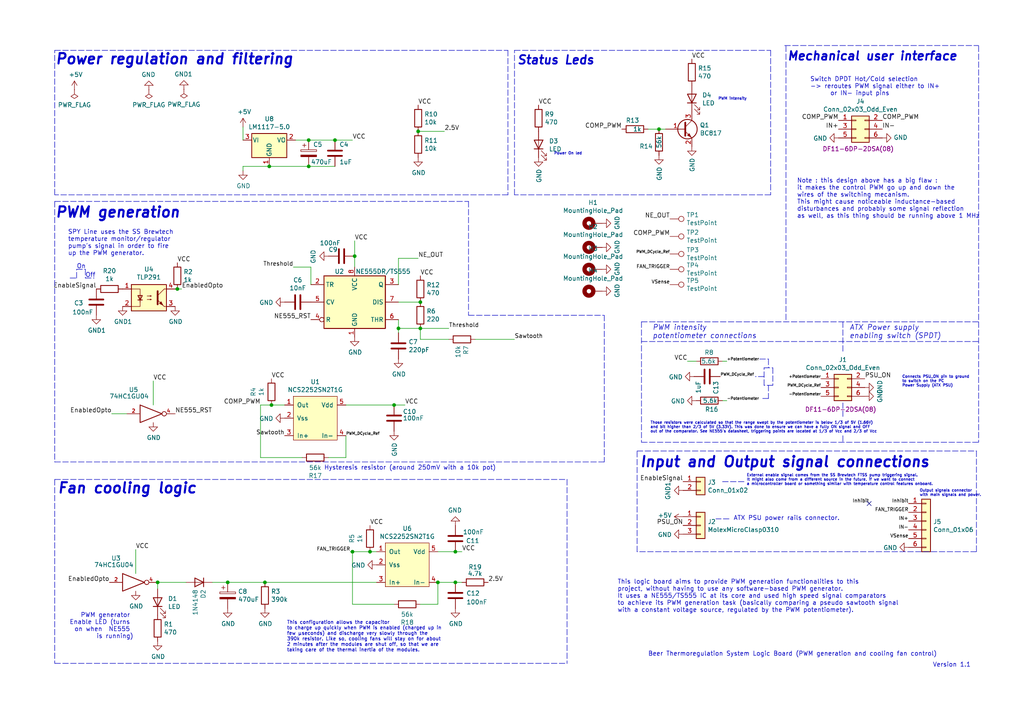
<source format=kicad_sch>
(kicad_sch (version 20211123) (generator eeschema)
  (paper "A4")
  (lib_symbols
    (symbol "74xGxx:74AHC1GU04" (pin_names (offset 1.016))
      (property "Reference" "U" (at -2.54 3.81 0))
      (property "Value" "74AHC1GU04" (at 0 -3.81 0))
      (symbol "74AHC1GU04_0_1"
        (polyline (pts (xy -3.81 2.54) (xy -3.81 -2.54) (xy 2.54 0) (xy -3.81 2.54)) (stroke (width 0.254)))
      )
      (symbol "74AHC1GU04_1_1"
        (pin input line (at -7.62 0 0) (length 3.81) (name "~") (number "2"))
        (pin power_in line (at 0 -2.54 270) (length 0) hide (name "GND") (number "3"))
        (pin output inverted (at 6.35 0 180) (length 3.81) (name "~") (number "4"))
        (pin power_in line (at 0 2.54 90) (length 0) hide (name "VCC") (number "5"))
      )
    )
    (symbol "BTS-LogicBoard:NCS2252SN2T1G" (pin_names (offset 1.016))
      (property "Reference" "U" (at 0 -1.27 0))
      (property "Value" "NCS2252SN2T1G" (at 0 -3.175 0))
      (symbol "NCS2252SN2T1G_0_1"
        (rectangle (start -6.35 12.7) (end 6.35 0) (fill (type background)))
      )
      (symbol "NCS2252SN2T1G_1_1"
        (pin output line (at -8.89 10.16 0) (length 2.54) (name "Out") (number "1"))
        (pin input line (at -8.89 6.35 0) (length 2.54) (name "Vss") (number "2"))
        (pin input line (at -8.89 1.27 0) (length 2.54) (name "In+") (number "3"))
        (pin input line (at 8.89 1.27 180) (length 2.54) (name "In-") (number "4"))
        (pin input line (at 8.89 10.16 180) (length 2.54) (name "Vdd") (number "5"))
      )
    )
    (symbol "Connector:TestPoint" (pin_numbers hide) (pin_names (offset 0.762) hide)
      (property "Reference" "TP" (at 0 6.858 0))
      (property "Value" "TestPoint" (at 0 5.08 0))
      (symbol "TestPoint_0_1"
        (circle (center 0 3.302) (radius 0.762))
      )
      (symbol "TestPoint_1_1"
        (pin passive line (at 0 0 90) (length 2.54) (name "1") (number "1"))
      )
    )
    (symbol "Connector_Generic:Conn_01x02" (pin_names (offset 1.016) hide)
      (property "Reference" "J" (at 0 2.54 0))
      (property "Value" "Conn_01x02" (at 0 -5.08 0))
      (symbol "Conn_01x02_1_1"
        (rectangle (start -1.27 -2.413) (end 0 -2.667) (stroke (width 0.1524)))
        (rectangle (start -1.27 0.127) (end 0 -0.127) (stroke (width 0.1524)))
        (rectangle (start -1.27 1.27) (end 1.27 -3.81) (stroke (width 0.254)) (fill (type background)))
        (pin passive line (at -5.08 0 0) (length 3.81) (name "Pin_1") (number "1"))
        (pin passive line (at -5.08 -2.54 0) (length 3.81) (name "Pin_2") (number "2"))
      )
    )
    (symbol "Connector_Generic:Conn_01x03" (pin_names (offset 1.016) hide)
      (property "Reference" "J" (at 0 5.08 0))
      (property "Value" "Conn_01x03" (at 0 -5.08 0))
      (symbol "Conn_01x03_1_1"
        (rectangle (start -1.27 -2.413) (end 0 -2.667) (stroke (width 0.1524)))
        (rectangle (start -1.27 0.127) (end 0 -0.127) (stroke (width 0.1524)))
        (rectangle (start -1.27 2.667) (end 0 2.413) (stroke (width 0.1524)))
        (rectangle (start -1.27 3.81) (end 1.27 -3.81) (stroke (width 0.254)) (fill (type background)))
        (pin passive line (at -5.08 2.54 0) (length 3.81) (name "Pin_1") (number "1"))
        (pin passive line (at -5.08 0 0) (length 3.81) (name "Pin_2") (number "2"))
        (pin passive line (at -5.08 -2.54 0) (length 3.81) (name "Pin_3") (number "3"))
      )
    )
    (symbol "Connector_Generic:Conn_01x06" (pin_names (offset 1.016) hide)
      (property "Reference" "J" (at 0 7.62 0))
      (property "Value" "Conn_01x06" (at 0 -10.16 0))
      (symbol "Conn_01x06_1_1"
        (rectangle (start -1.27 -7.493) (end 0 -7.747) (stroke (width 0.1524)))
        (rectangle (start -1.27 -4.953) (end 0 -5.207) (stroke (width 0.1524)))
        (rectangle (start -1.27 -2.413) (end 0 -2.667) (stroke (width 0.1524)))
        (rectangle (start -1.27 0.127) (end 0 -0.127) (stroke (width 0.1524)))
        (rectangle (start -1.27 2.667) (end 0 2.413) (stroke (width 0.1524)))
        (rectangle (start -1.27 5.207) (end 0 4.953) (stroke (width 0.1524)))
        (rectangle (start -1.27 6.35) (end 1.27 -8.89) (stroke (width 0.254)) (fill (type background)))
        (pin passive line (at -5.08 5.08 0) (length 3.81) (name "Pin_1") (number "1"))
        (pin passive line (at -5.08 2.54 0) (length 3.81) (name "Pin_2") (number "2"))
        (pin passive line (at -5.08 0 0) (length 3.81) (name "Pin_3") (number "3"))
        (pin passive line (at -5.08 -2.54 0) (length 3.81) (name "Pin_4") (number "4"))
        (pin passive line (at -5.08 -5.08 0) (length 3.81) (name "Pin_5") (number "5"))
        (pin passive line (at -5.08 -7.62 0) (length 3.81) (name "Pin_6") (number "6"))
      )
    )
    (symbol "Connector_Generic:Conn_02x03_Odd_Even" (pin_names (offset 1.016) hide)
      (property "Reference" "J" (at 1.27 5.08 0))
      (property "Value" "Conn_02x03_Odd_Even" (at 1.27 -5.08 0))
      (symbol "Conn_02x03_Odd_Even_1_1"
        (rectangle (start -1.27 -2.413) (end 0 -2.667) (stroke (width 0.1524)))
        (rectangle (start -1.27 0.127) (end 0 -0.127) (stroke (width 0.1524)))
        (rectangle (start -1.27 2.667) (end 0 2.413) (stroke (width 0.1524)))
        (rectangle (start -1.27 3.81) (end 3.81 -3.81) (stroke (width 0.254)) (fill (type background)))
        (rectangle (start 3.81 -2.413) (end 2.54 -2.667) (stroke (width 0.1524)))
        (rectangle (start 3.81 0.127) (end 2.54 -0.127) (stroke (width 0.1524)))
        (rectangle (start 3.81 2.667) (end 2.54 2.413) (stroke (width 0.1524)))
        (pin passive line (at -5.08 2.54 0) (length 3.81) (name "Pin_1") (number "1"))
        (pin passive line (at 7.62 2.54 180) (length 3.81) (name "Pin_2") (number "2"))
        (pin passive line (at -5.08 0 0) (length 3.81) (name "Pin_3") (number "3"))
        (pin passive line (at 7.62 0 180) (length 3.81) (name "Pin_4") (number "4"))
        (pin passive line (at -5.08 -2.54 0) (length 3.81) (name "Pin_5") (number "5"))
        (pin passive line (at 7.62 -2.54 180) (length 3.81) (name "Pin_6") (number "6"))
      )
    )
    (symbol "Device:C" (pin_numbers hide) (pin_names (offset 0.254))
      (property "Reference" "C" (at 0.635 2.54 0))
      (property "Value" "C" (at 0.635 -2.54 0))
      (symbol "C_0_1"
        (polyline (pts (xy -2.032 -0.762) (xy 2.032 -0.762)) (stroke (width 0.508)))
        (polyline (pts (xy -2.032 0.762) (xy 2.032 0.762)) (stroke (width 0.508)))
      )
      (symbol "C_1_1"
        (pin passive line (at 0 3.81 270) (length 2.794) (name "~") (number "1"))
        (pin passive line (at 0 -3.81 90) (length 2.794) (name "~") (number "2"))
      )
    )
    (symbol "Device:CP" (pin_numbers hide) (pin_names (offset 0.254))
      (property "Reference" "C" (at 0.635 2.54 0))
      (property "Value" "Device_CP" (at 0.635 -2.54 0))
      (symbol "CP_0_1"
        (rectangle (start -2.286 0.508) (end 2.286 1.016))
        (polyline (pts (xy -1.778 2.286) (xy -0.762 2.286)))
        (polyline (pts (xy -1.27 2.794) (xy -1.27 1.778)))
        (rectangle (start 2.286 -0.508) (end -2.286 -1.016) (fill (type outline)))
      )
      (symbol "CP_1_1"
        (pin passive line (at 0 3.81 270) (length 2.794) (name "~") (number "1"))
        (pin passive line (at 0 -3.81 90) (length 2.794) (name "~") (number "2"))
      )
    )
    (symbol "Device:LED" (pin_numbers hide) (pin_names (offset 1.016) hide)
      (property "Reference" "D" (at 0 2.54 0))
      (property "Value" "LED" (at 0 -2.54 0))
      (symbol "LED_0_1"
        (polyline (pts (xy -1.27 -1.27) (xy -1.27 1.27)) (stroke (width 0.254)))
        (polyline (pts (xy -1.27 0) (xy 1.27 0)))
        (polyline (pts (xy 1.27 -1.27) (xy 1.27 1.27) (xy -1.27 0) (xy 1.27 -1.27)) (stroke (width 0.254)))
        (polyline (pts (xy -3.048 -0.762) (xy -4.572 -2.286) (xy -3.81 -2.286) (xy -4.572 -2.286) (xy -4.572 -1.524)))
        (polyline (pts (xy -1.778 -0.762) (xy -3.302 -2.286) (xy -2.54 -2.286) (xy -3.302 -2.286) (xy -3.302 -1.524)))
      )
      (symbol "LED_1_1"
        (pin passive line (at -3.81 0 0) (length 2.54) (name "K") (number "1"))
        (pin passive line (at 3.81 0 180) (length 2.54) (name "A") (number "2"))
      )
    )
    (symbol "Device:R" (pin_numbers hide) (pin_names (offset 0))
      (property "Reference" "R" (at 2.032 0 90))
      (property "Value" "R" (at 0 0 90))
      (symbol "R_0_1"
        (rectangle (start -1.016 -2.54) (end 1.016 2.54) (stroke (width 0.254)))
      )
      (symbol "R_1_1"
        (pin passive line (at 0 3.81 270) (length 1.27) (name "~") (number "1"))
        (pin passive line (at 0 -3.81 90) (length 1.27) (name "~") (number "2"))
      )
    )
    (symbol "Diode:1N4148" (pin_numbers hide) (pin_names (offset 1.016) hide)
      (property "Reference" "D" (at 0 2.54 0))
      (property "Value" "1N4148" (at 0 -2.54 0))
      (symbol "1N4148_0_1"
        (polyline (pts (xy -1.27 1.27) (xy -1.27 -1.27)) (stroke (width 0.254)))
        (polyline (pts (xy 1.27 0) (xy -1.27 0)))
        (polyline (pts (xy 1.27 1.27) (xy 1.27 -1.27) (xy -1.27 0) (xy 1.27 1.27)) (stroke (width 0.254)))
      )
      (symbol "1N4148_1_1"
        (pin passive line (at -3.81 0 0) (length 2.54) (name "K") (number "1"))
        (pin passive line (at 3.81 0 180) (length 2.54) (name "A") (number "2"))
      )
    )
    (symbol "Isolator:TLP291"
      (property "Reference" "U" (at -5.08 5.08 0))
      (property "Value" "TLP291" (at 0 5.08 0))
      (symbol "TLP291_0_1"
        (rectangle (start -5.08 3.81) (end 5.08 -3.81) (stroke (width 0.254)) (fill (type background)))
        (polyline (pts (xy -3.175 -0.635) (xy -1.905 -0.635)) (stroke (width 0.254)))
        (polyline (pts (xy 2.54 0.635) (xy 4.445 2.54)))
        (polyline (pts (xy 4.445 -2.54) (xy 2.54 -0.635)) (fill (type outline)))
        (polyline (pts (xy 4.445 -2.54) (xy 5.08 -2.54)))
        (polyline (pts (xy 4.445 2.54) (xy 5.08 2.54)))
        (polyline (pts (xy -2.54 -0.635) (xy -2.54 -2.54) (xy -5.08 -2.54)))
        (polyline (pts (xy 2.54 1.905) (xy 2.54 -1.905) (xy 2.54 -1.905)) (stroke (width 0.508)))
        (polyline (pts (xy -5.08 2.54) (xy -2.54 2.54) (xy -2.54 -1.27) (xy -2.54 0.635)))
        (polyline (pts (xy -2.54 -0.635) (xy -3.175 0.635) (xy -1.905 0.635) (xy -2.54 -0.635)) (stroke (width 0.254)))
        (polyline (pts (xy -0.508 -0.508) (xy 0.762 -0.508) (xy 0.381 -0.635) (xy 0.381 -0.381) (xy 0.762 -0.508)))
        (polyline (pts (xy -0.508 0.508) (xy 0.762 0.508) (xy 0.381 0.381) (xy 0.381 0.635) (xy 0.762 0.508)))
        (polyline (pts (xy 3.048 -1.651) (xy 3.556 -1.143) (xy 4.064 -2.159) (xy 3.048 -1.651) (xy 3.048 -1.651)) (fill (type outline)))
      )
      (symbol "TLP291_1_1"
        (pin passive line (at -7.62 2.54 0) (length 2.54) (name "~") (number "1"))
        (pin passive line (at -7.62 -2.54 0) (length 2.54) (name "~") (number "2"))
        (pin passive line (at 7.62 -2.54 180) (length 2.54) (name "~") (number "3"))
        (pin passive line (at 7.62 2.54 180) (length 2.54) (name "~") (number "4"))
      )
    )
    (symbol "Mechanical:MountingHole_Pad" (pin_numbers hide) (pin_names (offset 1.016) hide)
      (property "Reference" "H" (at 0 6.35 0))
      (property "Value" "MountingHole_Pad" (at 0 4.445 0))
      (symbol "MountingHole_Pad_0_1"
        (circle (center 0 1.27) (radius 1.27) (stroke (width 1.27)))
      )
      (symbol "MountingHole_Pad_1_1"
        (pin input line (at 0 -2.54 90) (length 2.54) (name "1") (number "1"))
      )
    )
    (symbol "Regulator_Linear:LM1117-5.0" (pin_names (offset 0.254))
      (property "Reference" "U" (at -3.81 3.175 0))
      (property "Value" "LM1117-5.0" (at 0 3.175 0))
      (symbol "LM1117-5.0_0_1"
        (rectangle (start -5.08 -5.08) (end 5.08 1.905) (stroke (width 0.254)) (fill (type background)))
      )
      (symbol "LM1117-5.0_1_1"
        (pin power_in line (at 0 -7.62 90) (length 2.54) (name "GND") (number "1"))
        (pin power_out line (at 7.62 0 180) (length 2.54) (name "VO") (number "2"))
        (pin power_in line (at -7.62 0 0) (length 2.54) (name "VI") (number "3"))
      )
    )
    (symbol "Timer:NE555D"
      (property "Reference" "U" (at -10.16 8.89 0))
      (property "Value" "NE555D" (at 2.54 8.89 0))
      (symbol "NE555D_0_0"
        (pin power_in line (at 0 -10.16 90) (length 2.54) (name "GND") (number "1"))
        (pin power_in line (at 0 10.16 270) (length 2.54) (name "VCC") (number "8"))
      )
      (symbol "NE555D_0_1"
        (rectangle (start -8.89 -7.62) (end 8.89 7.62) (stroke (width 0.254)) (fill (type background)))
        (rectangle (start -8.89 -7.62) (end 8.89 7.62) (stroke (width 0.254)) (fill (type background)))
      )
      (symbol "NE555D_1_1"
        (pin input line (at -12.7 5.08 0) (length 3.81) (name "TR") (number "2"))
        (pin output line (at 12.7 5.08 180) (length 3.81) (name "Q") (number "3"))
        (pin input inverted (at -12.7 -5.08 0) (length 3.81) (name "R") (number "4"))
        (pin input line (at -12.7 0 0) (length 3.81) (name "CV") (number "5"))
        (pin input line (at 12.7 -5.08 180) (length 3.81) (name "THR") (number "6"))
        (pin input line (at 12.7 0 180) (length 3.81) (name "DIS") (number "7"))
      )
    )
    (symbol "Transistor_BJT:BC817" (pin_names (offset 0) hide)
      (property "Reference" "Q" (at 5.08 1.905 0))
      (property "Value" "BC817" (at 5.08 0 0))
      (symbol "BC817_0_1"
        (polyline (pts (xy 0.635 0.635) (xy 2.54 2.54)))
        (polyline (pts (xy 0.635 -0.635) (xy 2.54 -2.54) (xy 2.54 -2.54)))
        (polyline (pts (xy 0.635 1.905) (xy 0.635 -1.905) (xy 0.635 -1.905)) (stroke (width 0.508)))
        (polyline (pts (xy 1.27 -1.778) (xy 1.778 -1.27) (xy 2.286 -2.286) (xy 1.27 -1.778) (xy 1.27 -1.778)) (fill (type outline)))
        (circle (center 1.27 0) (radius 2.8194) (stroke (width 0.254)))
      )
      (symbol "BC817_1_1"
        (pin input line (at -5.08 0 0) (length 5.715) (name "B") (number "1"))
        (pin passive line (at 2.54 -5.08 90) (length 2.54) (name "E") (number "2"))
        (pin passive line (at 2.54 5.08 270) (length 2.54) (name "C") (number "3"))
      )
    )
    (symbol "power:+5V" (power) (pin_names (offset 0))
      (property "Value" "+5V" (at 0 3.556 0))
      (symbol "+5V_0_1"
        (polyline (pts (xy -0.762 1.27) (xy 0 2.54)))
        (polyline (pts (xy 0 0) (xy 0 2.54)))
        (polyline (pts (xy 0 2.54) (xy 0.762 1.27)))
      )
      (symbol "+5V_1_1"
        (pin power_in line (at 0 0 90) (length 0) hide (name "+5V") (number "1"))
      )
    )
    (symbol "power:GND" (power) (pin_names (offset 0))
      (property "Value" "GND" (at 0 -3.81 0))
      (symbol "GND_0_1"
        (polyline (pts (xy 0 0) (xy 0 -1.27) (xy 1.27 -1.27) (xy 0 -2.54) (xy -1.27 -1.27) (xy 0 -1.27)))
      )
      (symbol "GND_1_1"
        (pin power_in line (at 0 0 270) (length 0) hide (name "GND") (number "1"))
      )
    )
    (symbol "power:GND1" (power) (pin_names (offset 0))
      (property "Value" "GND1" (at 0 -3.81 0))
      (symbol "GND1_0_1"
        (polyline (pts (xy 0 0) (xy 0 -1.27) (xy 1.27 -1.27) (xy 0 -2.54) (xy -1.27 -1.27) (xy 0 -1.27)))
      )
      (symbol "GND1_1_1"
        (pin power_in line (at 0 0 270) (length 0) hide (name "GND1") (number "1"))
      )
    )
    (symbol "power:PWR_FLAG" (power) (pin_numbers hide) (pin_names (offset 0) hide)
      (property "Value" "PWR_FLAG" (at 0 3.81 0))
      (symbol "PWR_FLAG_0_0"
        (pin power_out line (at 0 0 90) (length 0) (name "pwr") (number "1"))
      )
      (symbol "PWR_FLAG_0_1"
        (polyline (pts (xy 0 0) (xy 0 1.27) (xy -1.016 1.905) (xy 0 2.54) (xy 1.016 1.905) (xy 0 1.27)))
      )
    )
  )
  (junction (at 78.74 117.475))
  (junction (at 45.72 168.91))
  (junction (at 51.435 83.82))
  (junction (at 114.3 117.475))
  (junction (at 89.535 40.64))
  (junction (at 121.285 38.1))
  (junction (at 191.135 37.465))
  (junction (at 115.57 95.25))
  (junction (at 102.87 74.295))
  (junction (at 97.155 40.64))
  (junction (at 121.92 95.25))
  (junction (at 76.835 168.91))
  (junction (at 107.315 160.02))
  (junction (at 102.235 160.02))
  (junction (at 66.04 168.91))
  (junction (at 89.535 48.26))
  (junction (at 132.08 168.91))
  (junction (at 132.08 160.02))
  (junction (at 127 168.91))
  (junction (at 121.92 87.63))
  (junction (at 78.105 48.26))
  (no_connect (at 252.095 146.05))
  (wire (pts (xy 61.595 168.91) (xy 66.04 168.91)))
  (wire (pts (xy 121.92 95.25) (xy 115.57 95.25)))
  (polyline (pts (xy 221.615 109.22) (xy 219.075 109.22)))
  (polyline (pts (xy 15.875 133.985) (xy 175.26 133.985)))
  (polyline (pts (xy 24.765 78.105) (xy 24.765 80.645)))
  (wire (pts (xy 114.3 117.475) (xy 100.33 117.475)))
  (wire (pts (xy 199.39 104.775) (xy 201.93 104.775)))
  (wire (pts (xy 66.04 168.91) (xy 76.835 168.91)))
  (wire (pts (xy 95.25 132.715) (xy 100.33 132.715)))
  (polyline (pts (xy 244.475 116.84) (xy 244.475 121.285)))
  (wire (pts (xy 107.315 160.02) (xy 109.22 160.02)))
  (polyline (pts (xy 223.52 14.605) (xy 223.52 56.515)))
  (polyline (pts (xy 227.584 13.208) (xy 283.845 13.208)))
  (wire (pts (xy 187.96 37.465) (xy 191.135 37.465)))
  (polyline (pts (xy 15.875 192.405) (xy 164.465 192.405)))
  (polyline (pts (xy 135.89 58.42) (xy 135.89 91.44)))
  (polyline (pts (xy 15.875 58.42) (xy 135.89 58.42)))
  (wire (pts (xy 121.285 38.1) (xy 128.905 38.1)))
  (wire (pts (xy 102.235 175.26) (xy 102.235 160.02)))
  (polyline (pts (xy 24.765 80.645) (xy 27.305 80.645)))
  (polyline (pts (xy 20.32 80.645) (xy 22.225 80.645)))
  (polyline (pts (xy 221.615 111.76) (xy 221.615 106.68)))
  (polyline (pts (xy 147.32 14.605) (xy 147.32 56.515)))
  (wire (pts (xy 191.135 37.465) (xy 193.04 37.465)))
  (polyline (pts (xy 164.465 139.065) (xy 164.465 192.405)))
  (wire (pts (xy 102.87 69.85) (xy 102.87 74.295)))
  (wire (pts (xy 44.45 117.475) (xy 44.45 110.49)))
  (polyline (pts (xy 221.615 106.68) (xy 224.155 106.68)))
  (wire (pts (xy 127 160.02) (xy 132.08 160.02)))
  (polyline (pts (xy 283.21 160.02) (xy 184.785 160.02)))
  (wire (pts (xy 115.57 74.93) (xy 121.285 74.93)))
  (wire (pts (xy 115.57 82.55) (xy 115.57 74.93)))
  (wire (pts (xy 127 175.26) (xy 121.92 175.26)))
  (polyline (pts (xy 224.155 111.76) (xy 221.615 111.76)))
  (wire (pts (xy 78.105 48.26) (xy 89.535 48.26)))
  (wire (pts (xy 115.57 92.71) (xy 115.57 95.25)))
  (polyline (pts (xy 135.89 91.44) (xy 175.26 91.44)))
  (polyline (pts (xy 186.055 93.345) (xy 283.845 93.345)))
  (wire (pts (xy 70.485 36.83) (xy 70.485 40.64)))
  (wire (pts (xy 137.795 98.425) (xy 149.225 98.425)))
  (wire (pts (xy 75.565 132.715) (xy 75.565 117.475)))
  (polyline (pts (xy 15.875 58.42) (xy 15.875 133.985)))
  (polyline (pts (xy 222.885 104.14) (xy 222.885 106.68)))
  (wire (pts (xy 115.57 87.63) (xy 121.92 87.63)))
  (wire (pts (xy 210.82 116.205) (xy 209.55 116.205)))
  (wire (pts (xy 127 168.91) (xy 132.08 168.91)))
  (polyline (pts (xy 222.885 111.76) (xy 222.885 115.57)))
  (wire (pts (xy 121.92 98.425) (xy 130.175 98.425)))
  (wire (pts (xy 115.57 95.25) (xy 115.57 96.52)))
  (polyline (pts (xy 224.155 106.68) (xy 224.155 111.76)))
  (wire (pts (xy 121.92 95.25) (xy 121.92 98.425)))
  (wire (pts (xy 76.835 168.91) (xy 109.22 168.91)))
  (polyline (pts (xy 184.785 130.81) (xy 283.21 130.81)))
  (wire (pts (xy 100.33 132.715) (xy 100.33 126.365)))
  (wire (pts (xy 39.37 166.37) (xy 39.37 159.385)))
  (polyline (pts (xy 15.875 139.065) (xy 164.465 139.065)))
  (polyline (pts (xy 186.055 93.345) (xy 186.055 128.27)))
  (polyline (pts (xy 186.055 128.27) (xy 283.845 128.27)))
  (wire (pts (xy 90.17 82.55) (xy 90.17 77.47)))
  (polyline (pts (xy 186.055 99.06) (xy 283.845 99.06)))
  (wire (pts (xy 121.92 95.25) (xy 130.175 95.25)))
  (wire (pts (xy 50.8 83.82) (xy 51.435 83.82)))
  (polyline (pts (xy 15.875 56.515) (xy 15.875 14.605)))
  (wire (pts (xy 132.08 168.91) (xy 133.985 168.91)))
  (polyline (pts (xy 15.875 139.065) (xy 15.875 192.405)))
  (wire (pts (xy 209.55 104.775) (xy 210.82 104.775)))
  (wire (pts (xy 114.3 175.26) (xy 102.235 175.26)))
  (wire (pts (xy 78.74 117.475) (xy 82.55 117.475)))
  (wire (pts (xy 75.565 117.475) (xy 78.74 117.475)))
  (wire (pts (xy 107.315 160.02) (xy 102.235 160.02)))
  (wire (pts (xy 45.72 168.91) (xy 45.72 170.815)))
  (polyline (pts (xy 244.475 93.345) (xy 244.475 102.235)))
  (wire (pts (xy 102.235 160.02) (xy 101.6 160.02)))
  (wire (pts (xy 70.485 48.26) (xy 78.105 48.26)))
  (wire (pts (xy 85.725 40.64) (xy 89.535 40.64)))
  (polyline (pts (xy 283.21 130.81) (xy 283.21 160.02)))
  (polyline (pts (xy 149.225 14.605) (xy 223.52 14.605)))
  (polyline (pts (xy 244.475 126.365) (xy 244.475 128.27)))
  (wire (pts (xy 90.17 77.47) (xy 85.09 77.47)))
  (polyline (pts (xy 223.52 56.515) (xy 149.225 56.515)))
  (polyline (pts (xy 149.225 56.515) (xy 149.225 14.605)))
  (polyline (pts (xy 22.225 80.645) (xy 22.225 78.105)))
  (polyline (pts (xy 15.875 14.605) (xy 147.32 14.605)))
  (wire (pts (xy 32.385 120.015) (xy 36.83 120.015)))
  (wire (pts (xy 87.63 132.715) (xy 75.565 132.715)))
  (wire (pts (xy 114.3 117.475) (xy 117.475 117.475)))
  (wire (pts (xy 127 168.91) (xy 127 175.26)))
  (polyline (pts (xy 211.455 150.495) (xy 207.645 150.495)))
  (wire (pts (xy 45.72 168.91) (xy 53.975 168.91)))
  (wire (pts (xy 89.535 40.64) (xy 97.155 40.64)))
  (polyline (pts (xy 283.845 13.335) (xy 283.845 128.27)))
  (polyline (pts (xy 184.785 160.02) (xy 184.785 130.81)))
  (polyline (pts (xy 22.225 78.105) (xy 24.765 78.105)))
  (wire (pts (xy 70.485 49.53) (xy 70.485 48.26)))
  (polyline (pts (xy 227.965 13.335) (xy 227.965 93.345)))
  (polyline (pts (xy 209.55 139.7) (xy 215.9 139.7)))
  (wire (pts (xy 132.08 160.02) (xy 133.985 160.02)))
  (wire (pts (xy 102.87 74.295) (xy 102.87 77.47)))
  (wire (pts (xy 97.155 40.64) (xy 102.235 40.64)))
  (wire (pts (xy 89.535 48.26) (xy 97.155 48.26)))
  (polyline (pts (xy 175.26 91.44) (xy 175.26 133.985)))
  (polyline (pts (xy 147.32 56.515) (xy 15.875 56.515)))
  (polyline (pts (xy 220.345 104.14) (xy 222.885 104.14)))
  (wire (pts (xy 51.435 83.82) (xy 52.705 83.82)))
  (polyline (pts (xy 222.885 115.57) (xy 220.98 115.57)))
  (text "Connects PSU_ON pin to ground\nto switch on the PC\nPower Supply (ATX PSU)" (at 261.62 112.395 0) (effects (font (size 0.7874 0.7874)) (justify left bottom)))
  (text "Output signals connector \nwith main signals and power." (at 266.7 144.145 0) (effects (font (size 0.7874 0.7874)) (justify left bottom)))
  (text "Version 1.1" (at 270.51 193.675 0) (effects (font (size 1.27 1.27)) (justify left bottom)))
  (text "Fan cooling logic" (at 16.51 143.51 0) (effects (font (size 2.9972 2.9972) (thickness 0.5994) bold italic) (justify left bottom)))
  (text "Off" (at 24.765 80.645 0) (effects (font (size 1.27 1.27)) (justify left bottom)))
  (text "Mechanical user interface" (at 228.219 17.907 0) (effects (font (size 2.4892 2.4892) (thickness 0.4978) bold italic) (justify left bottom)))
  (text "Power On led" (at 160.655 45.085 0) (effects (font (size 0.7874 0.7874)) (justify left bottom)))
  (text "Beer Thermoregulation System Logic Board (PWM generation and cooling fan control)" (at 187.96 190.5 0) (effects (font (size 1.27 1.27)) (justify left bottom)))
  (text "Hysteresis resistor (around 250mV with a 10k pot)" (at 93.98 136.525 0) (effects (font (size 1.27 1.27)) (justify left bottom)))
  (text "This logic board aims to provide PWM generation functionalities to this\nproject, without having to use any software-based PWM generator.\nIt uses a NE555/TS555 IC at its core and used high speed signal comparators\nto achieve its PWM generation task (basically comparing a pseudo sawtooth signal\nwith a constant voltage source, regulated by the PWM potentiometer)." (at 179.07 177.8 0) (effects (font (size 1.27 1.27)) (justify left bottom)))
  (text "Those resistors were calculated so that the range swept by the potentiometer is below 1/3 of 5V (1.66V) \nand bit higher than 2/3 of 5V (3.33V). This was done to ensure we can have a fully ON signal and OFF\nout of the comparator. See NE555's datasheet, triggering points are located at 1/3 of Vcc and 2/3 of Vcc" (at 188.595 125.73 0) (effects (font (size 0.7874 0.7874)) (justify left bottom)))
  (text "Power regulation and filtering" (at 15.875 19.05 0) (effects (font (size 2.9972 2.9972) (thickness 0.5994) bold italic) (justify left bottom)))
  (text "Input and Output signal connections" (at 185.42 135.89 0) (effects (font (size 2.9972 2.9972) (thickness 0.5994) bold italic) (justify left bottom)))
  (text "Switch DPDT Hot/Cold selection \n-> reroutes PWM signal either to IN+\n      or IN- input pins" (at 234.95 27.94 0) (effects (font (size 1.27 1.27)) (justify left bottom)))
  (text "PWM generator \nEnable LED (turns \non when  NE555 \nis running)" (at 38.735 185.42 0) (effects (font (size 1.27 1.27)) (justify right bottom)))
  (text "External enable signal comes from the SS Brewtech FTSS pump triggering signal.\nIt might also come from a different source in the future, if we want to connect\na microcontroller board or something similar with temperature control features onboard. " (at 216.535 140.97 0) (effects (font (size 0.7874 0.7874)) (justify left bottom)))
  (text "This configuration allows the capacitor\nto charge up quickly when PWM is enabled (charged up in \nfew µseconds) and discharge very slowly through the\n390k resistor. Like so, cooling fans will stay on for about\n2 minutes after the modules are shut off, so that we are \ntaking care of the thermal inertia of the modules." (at 83.185 189.23 0) (effects (font (size 0.9906 0.9906)) (justify left bottom)))
  (text "Note : this design above has a big flaw : \nit makes the control PWM go up and down the\nwires of the switching mecanism.\nThis might cause noticeable inductance-based \ndisturbances and probably some signal reflection\nas well, as this thing should be running above 1 MHz" (at 231.14 63.5 0) (effects (font (size 1.27 1.27)) (justify left bottom)))
  (text "PWM intensity \npotentiometer connections" (at 189.23 98.425 0) (effects (font (size 1.4986 1.4986) italic) (justify left bottom)))
  (text "ATX Power supply\nenabling switch (SPDT)" (at 246.38 98.425 0) (effects (font (size 1.4986 1.4986) italic) (justify left bottom)))
  (text "ATX PSU power rails connector." (at 212.725 151.13 0) (effects (font (size 1.27 1.27)) (justify left bottom)))
  (text "SPY Line uses the SS Brewtech \ntemperature monitor/regulator\npump's signal in order to fire\nup the PWM generator." (at 19.685 74.295 0) (effects (font (size 1.27 1.27)) (justify left bottom)))
  (text "Status Leds" (at 149.86 19.05 0) (effects (font (size 2.4892 2.4892) (thickness 0.4978) bold italic) (justify left bottom)))
  (text "PWM intensity" (at 208.28 29.21 0) (effects (font (size 0.7874 0.7874)) (justify left bottom)))
  (text "PWM generation" (at 15.875 63.5 0) (effects (font (size 2.9972 2.9972) (thickness 0.5994) bold italic) (justify left bottom)))
  (text "On" (at 22.225 78.105 0) (effects (font (size 1.27 1.27)) (justify left bottom)))
  (label "PWM_DCycle_Ref" (at 238.125 112.395 180) (effects (font (size 0.7874 0.7874))))
  (label "VCC" (at 133.985 160.02 0))
  (label "PWM_DCycle_Ref" (at 100.33 126.365 0) (effects (font (size 0.7874 0.7874))))
  (label "NE555_RST" (at 50.8 120.015 0))
  (label "2.5V" (at 141.605 168.91 0))
  (label "VCC" (at 121.285 30.48 0))
  (label "+Potentiometer" (at 210.82 104.775 0) (effects (font (size 0.7874 0.7874))))
  (label "2.5V" (at 128.905 38.1 0))
  (label "VCC" (at 199.39 104.775 180))
  (label "NE_OUT" (at 121.285 74.93 0))
  (label "Threshold" (at 85.09 77.47 180) (effects (font (size 1.1938 1.1938))))
  (label "+Potentiometer" (at 238.125 109.855 180) (effects (font (size 0.7874 0.7874))))
  (label "IN+" (at 263.525 151.13 180) (effects (font (size 0.9906 0.9906))))
  (label "Threshold" (at 130.175 95.25 0) (effects (font (size 1.1938 1.1938))))
  (label "EnableSignal" (at 198.12 139.7 180))
  (label "PWM_DCycle_Ref" (at 194.31 73.66 180) (effects (font (size 0.7874 0.7874))))
  (label "COMP_PWM" (at 180.34 37.465 180))
  (label "EnabledOpto" (at 32.385 120.015 180))
  (label "FAN_TRIGGER" (at 101.6 160.02 180) (effects (font (size 0.9906 0.9906))))
  (label "PWM_DCycle_Ref" (at 208.915 109.22 0) (effects (font (size 0.7874 0.7874))))
  (label "PSU_ON" (at 250.825 109.855 0))
  (label "VCC" (at 102.87 69.85 0))
  (label "IN+" (at 243.205 37.465 180))
  (label "NE555_RST" (at 90.17 92.71 180))
  (label "NE_OUT" (at 194.31 63.5 180))
  (label "VSense" (at 263.525 156.21 180) (effects (font (size 0.9906 0.9906))))
  (label "COMP_PWM" (at 255.905 34.925 0))
  (label "VCC" (at 121.92 80.01 0))
  (label "FAN_TRIGGER" (at 194.31 78.105 180) (effects (font (size 0.9906 0.9906))))
  (label "FAN_TRIGGER" (at 263.525 148.59 180) (effects (font (size 0.9906 0.9906))))
  (label "VSense" (at 194.31 82.55 180) (effects (font (size 0.9906 0.9906))))
  (label "VCC" (at 200.66 17.145 0))
  (label "COMP_PWM" (at 194.31 68.58 180))
  (label "-Potentiometer" (at 210.82 116.205 0) (effects (font (size 0.7874 0.7874))))
  (label "IN-" (at 263.525 153.67 180) (effects (font (size 0.9906 0.9906))))
  (label "Sawtooth" (at 82.55 126.365 180) (effects (font (size 1.1938 1.1938))))
  (label "PSU_ON" (at 198.12 152.4 180))
  (label "EnableSignal" (at 27.94 83.82 180))
  (label "VCC" (at 107.315 152.4 0))
  (label "VCC" (at 78.74 109.855 0))
  (label "VCC" (at 156.21 30.48 0))
  (label "VCC" (at 44.45 110.49 0))
  (label "EnabledOpto" (at 31.75 168.91 180))
  (label "COMP_PWM" (at 75.565 117.475 180))
  (label "Sawtooth" (at 149.225 98.425 0) (effects (font (size 1.1938 1.1938))))
  (label "Inhibit" (at 263.525 146.05 180) (effects (font (size 0.9906 0.9906))))
  (label "IN-" (at 255.905 37.465 0))
  (label "-Potentiometer" (at 238.125 114.935 180) (effects (font (size 0.7874 0.7874))))
  (label "VCC" (at 39.37 159.385 0))
  (label "VCC" (at 102.235 40.64 0))
  (label "COMP_PWM" (at 243.205 34.925 180))
  (label "EnabledOpto" (at 52.705 83.82 0))
  (label "VCC" (at 51.435 76.2 0))
  (label "Inhibit" (at 252.095 146.05 180) (effects (font (size 0.9906 0.9906))))
  (label "VCC" (at 117.475 117.475 0))
  (symbol (lib_id "Timer:NE555D") (at 102.87 87.63 0) (unit 1)
    (property "Reference" "U2" (at 98.425 78.74 0))
    (property "Value" "NE555DR/TS555" (at 111.125 78.74 0))
    (property "Footprint" "Package_SO:SOIC-8_3.9x4.9mm_P1.27mm" (effects hide))
    (property "Datasheet" "http://www.ti.com/lit/ds/symlink/ne555.pdf" (effects hide))
  )
  (symbol (lib_id "BTS-LogicBoard:NCS2252SN2T1G") (at 91.44 127.635 0) (unit 1)
    (property "Reference" "U1" (at 91.44 110.744 0))
    (property "Value" "NCS2252SN2T1G" (at 91.44 113.0554 0))
    (property "Footprint" "Package_TO_SOT_SMD:SOT-23-5" (effects hide))
  )
  (symbol (lib_id "power:GND") (at 102.87 97.79 0) (unit 1)
    (property "Reference" "#PWR0101" (effects hide))
    (property "Value" "GND" (at 102.997 102.1842 0))
  )
  (symbol (lib_id "power:GND") (at 43.18 26.035 180) (unit 1)
    (property "Reference" "#PWR0103" (effects hide))
    (property "Value" "GND" (at 43.053 21.6408 0))
  )
  (symbol (lib_id "power:PWR_FLAG") (at 43.18 26.035 180) (unit 1)
    (property "Reference" "#FLG0102" (effects hide))
    (property "Value" "PWR_FLAG" (at 43.18 30.4292 0))
  )
  (symbol (lib_id "Device:C") (at 115.57 100.33 0) (unit 1)
    (property "Reference" "C7" (at 118.491 99.1616 0) (effects (justify left)))
    (property "Value" "220pF" (at 118.491 101.473 0) (effects (justify left)))
    (property "Footprint" "Capacitor_SMD:C_1206_3216Metric_Pad1.33x1.80mm_HandSolder" (effects hide))
    (property "Model" "1206Y1K00221KXT" (effects hide))
    (property "Link" "https://fr.rs-online.com/web/p/condensateurs-ceramique-multicouches/7738301" (effects hide))
  )
  (symbol (lib_id "power:GND") (at 115.57 104.14 0) (unit 1)
    (property "Reference" "#PWR0106" (effects hide))
    (property "Value" "GND" (at 115.697 108.5342 0))
  )
  (symbol (lib_id "Device:R") (at 121.92 83.82 0) (unit 1)
    (property "Reference" "R12" (at 123.698 82.6516 0) (effects (justify left)))
    (property "Value" "470" (at 123.698 84.963 0) (effects (justify left)))
    (property "Footprint" "Resistor_SMD:R_1206_3216Metric_Pad1.30x1.75mm_HandSolder" (effects hide))
  )
  (symbol (lib_id "Device:C") (at 86.36 87.63 270) (unit 1)
    (property "Reference" "C6" (at 86.36 81.2292 90))
    (property "Value" "10nF" (at 86.36 83.5406 90))
    (property "Footprint" "Capacitor_SMD:C_1206_3216Metric_Pad1.33x1.80mm_HandSolder" (effects hide))
  )
  (symbol (lib_id "power:GND") (at 82.55 87.63 270) (unit 1)
    (property "Reference" "#PWR0107" (effects hide))
    (property "Value" "GND" (at 79.2988 87.757 90) (effects (justify right)))
  )
  (symbol (lib_id "Device:C") (at 27.94 87.63 180) (unit 1)
    (property "Reference" "C3" (at 21.463 87.884 0) (effects (justify right)))
    (property "Value" "100nF" (at 20.955 90.551 0) (effects (justify right)))
    (property "Footprint" "Capacitor_SMD:C_1206_3216Metric_Pad1.33x1.80mm_HandSolder" (effects hide))
  )
  (symbol (lib_id "power:+5V") (at 21.59 26.035 0) (unit 1)
    (property "Reference" "#PWR0110" (effects hide))
    (property "Value" "+5V" (at 21.971 21.6408 0))
  )
  (symbol (lib_id "power:PWR_FLAG") (at 21.59 26.035 180) (unit 1)
    (property "Reference" "#FLG0103" (effects hide))
    (property "Value" "PWR_FLAG" (at 21.59 30.4292 0))
  )
  (symbol (lib_id "power:GND") (at 70.485 49.53 0) (unit 1)
    (property "Reference" "#PWR0120" (effects hide))
    (property "Value" "GND" (at 70.612 53.9242 0))
  )
  (symbol (lib_id "Device:C") (at 97.155 44.45 0) (unit 1)
    (property "Reference" "C4" (at 98.425 41.91 0) (effects (justify left)))
    (property "Value" "1uF" (at 98.425 46.99 0) (effects (justify left)))
    (property "Footprint" "Capacitor_SMD:C_1206_3216Metric_Pad1.33x1.80mm_HandSolder" (effects hide))
  )
  (symbol (lib_id "Device:CP") (at 89.535 44.45 0) (unit 1)
    (property "Reference" "C5" (at 90.805 41.91 0) (effects (justify left)))
    (property "Value" "470uF" (at 90.17 46.99 0) (effects (justify left)))
    (property "Footprint" "Capacitor_SMD:CP_Elec_10x10" (effects hide))
  )
  (symbol (lib_id "power:+5V") (at 70.485 36.83 0) (unit 1)
    (property "Reference" "#PWR0119" (effects hide))
    (property "Value" "+5V" (at 70.866 32.4358 0))
  )
  (symbol (lib_id "Device:LED") (at 45.72 174.625 90) (unit 1)
    (property "Reference" "D1" (at 48.7172 173.6344 90) (effects (justify right)))
    (property "Value" "LED" (at 48.7172 175.9458 90) (effects (justify right)))
    (property "Footprint" "LED_THT:LED_D3.0mm" (effects hide))
  )
  (symbol (lib_id "power:GND") (at 45.72 186.055 0) (unit 1)
    (property "Reference" "#PWR0111" (effects hide))
    (property "Value" "GND" (at 45.847 190.4492 0))
  )
  (symbol (lib_id "Device:R") (at 121.285 34.29 0) (unit 1)
    (property "Reference" "R10" (at 123.063 33.1216 0) (effects (justify left)))
    (property "Value" "10k" (at 123.063 35.433 0) (effects (justify left)))
    (property "Footprint" "Resistor_SMD:R_1206_3216Metric_Pad1.30x1.75mm_HandSolder" (effects hide))
  )
  (symbol (lib_id "Device:R") (at 121.285 41.91 0) (unit 1)
    (property "Reference" "R11" (at 123.063 40.7416 0) (effects (justify left)))
    (property "Value" "10k" (at 123.063 43.053 0) (effects (justify left)))
    (property "Footprint" "Resistor_SMD:R_1206_3216Metric_Pad1.30x1.75mm_HandSolder" (effects hide))
  )
  (symbol (lib_id "power:GND") (at 121.285 45.72 0) (unit 1)
    (property "Reference" "#PWR0112" (effects hide))
    (property "Value" "GND" (at 121.412 50.1142 0))
  )
  (symbol (lib_id "power:GND") (at 82.55 121.285 270) (unit 1)
    (property "Reference" "#PWR0113" (effects hide))
    (property "Value" "GND" (at 79.2988 121.412 90) (effects (justify right)))
  )
  (symbol (lib_id "power:GND") (at 250.825 112.395 90) (unit 1)
    (property "Reference" "#PWR0116" (effects hide))
    (property "Value" "GND" (at 255.2192 112.268 0))
  )
  (symbol (lib_id "Mechanical:MountingHole_Pad") (at 172.085 64.77 90) (unit 1)
    (property "Reference" "H1" (at 172.0088 58.7502 90))
    (property "Value" "MountingHole_Pad" (at 172.0088 61.0616 90))
    (property "Footprint" "MountingHole:MountingHole_3.2mm_M3_DIN965_Pad_TopBottom" (effects hide))
  )
  (symbol (lib_id "power:GND") (at 174.625 64.77 90) (unit 1)
    (property "Reference" "#PWR09" (effects hide))
    (property "Value" "GND" (at 179.0192 64.643 0))
  )
  (symbol (lib_id "Mechanical:MountingHole_Pad") (at 172.085 71.755 90) (unit 1)
    (property "Reference" "H2" (at 172.0088 65.7352 90))
    (property "Value" "MountingHole_Pad" (at 172.0088 68.0466 90))
    (property "Footprint" "MountingHole:MountingHole_3.2mm_M3_DIN965_Pad_TopBottom" (effects hide))
  )
  (symbol (lib_id "power:GND") (at 174.625 71.755 90) (unit 1)
    (property "Reference" "#PWR010" (effects hide))
    (property "Value" "GND" (at 179.0192 71.628 0))
  )
  (symbol (lib_id "Mechanical:MountingHole_Pad") (at 172.085 78.105 90) (unit 1)
    (property "Reference" "H3" (at 172.0088 72.0852 90))
    (property "Value" "MountingHole_Pad" (at 172.0088 74.3966 90))
    (property "Footprint" "MountingHole:MountingHole_3.2mm_M3_DIN965_Pad_TopBottom" (effects hide))
  )
  (symbol (lib_id "power:GND") (at 174.625 78.105 90) (unit 1)
    (property "Reference" "#PWR011" (effects hide))
    (property "Value" "GND" (at 179.0192 77.978 0))
  )
  (symbol (lib_id "Mechanical:MountingHole_Pad") (at 172.085 84.455 90) (unit 1)
    (property "Reference" "H4" (at 172.0088 78.4352 90))
    (property "Value" "MountingHole_Pad" (at 172.0088 80.7466 90))
    (property "Footprint" "MountingHole:MountingHole_3.2mm_M3_DIN965_Pad_TopBottom" (effects hide))
  )
  (symbol (lib_id "power:GND") (at 174.625 84.455 90) (unit 1)
    (property "Reference" "#PWR012" (effects hide))
    (property "Value" "GND" (at 179.0192 84.328 0))
  )
  (symbol (lib_id "Isolator:TLP291") (at 43.18 86.36 0) (unit 1)
    (property "Reference" "U4" (at 43.18 78.105 0))
    (property "Value" "TLP291" (at 43.18 80.4164 0))
    (property "Footprint" "Package_SO:SOIC-4_4.55x2.6mm_P1.27mm" (effects hide))
    (property "Datasheet" "https://toshiba.semicon-storage.com/info/docget.jsp?did=12884&prodName=TLP291" (effects hide))
  )
  (symbol (lib_id "Device:R") (at 31.75 83.82 270) (unit 1)
    (property "Reference" "R20" (at 31.75 78.5622 90))
    (property "Value" "1k" (at 31.75 80.8736 90))
    (property "Footprint" "Resistor_SMD:R_1206_3216Metric_Pad1.30x1.75mm_HandSolder" (effects hide))
  )
  (symbol (lib_id "power:GND1") (at 35.56 88.9 0) (unit 1)
    (property "Reference" "#PWR0109" (effects hide))
    (property "Value" "GND1" (at 35.687 93.2942 0))
  )
  (symbol (lib_id "power:GND1") (at 53.34 25.908 180) (unit 1)
    (property "Reference" "#PWR0121" (effects hide))
    (property "Value" "GND1" (at 53.213 21.5138 0))
  )
  (symbol (lib_id "power:PWR_FLAG") (at 53.34 25.908 180) (unit 1)
    (property "Reference" "#FLG0104" (effects hide))
    (property "Value" "PWR_FLAG" (at 53.34 30.3022 0))
  )
  (symbol (lib_id "power:GND") (at 50.8 88.9 0) (unit 1)
    (property "Reference" "#PWR0123" (effects hide))
    (property "Value" "GND" (at 50.927 93.2942 0))
  )
  (symbol (lib_id "Device:R") (at 78.74 113.665 0) (unit 1)
    (property "Reference" "R4" (at 73.4822 113.665 90))
    (property "Value" "1k" (at 75.7936 113.665 90))
    (property "Footprint" "Resistor_SMD:R_1206_3216Metric_Pad1.30x1.75mm_HandSolder" (effects hide))
  )
  (symbol (lib_id "power:GND") (at 44.45 122.555 0) (unit 1)
    (property "Reference" "#PWR06" (effects hide))
    (property "Value" "GND" (at 44.577 126.9492 0))
  )
  (symbol (lib_id "power:+5V") (at 198.12 149.86 90) (unit 1)
    (property "Reference" "#PWR02" (effects hide))
    (property "Value" "+5V" (at 194.8688 149.479 90) (effects (justify left)))
  )
  (symbol (lib_id "power:GND") (at 198.12 154.94 270) (unit 1)
    (property "Reference" "#PWR03" (effects hide))
    (property "Value" "GND" (at 194.8688 155.067 90) (effects (justify right)))
  )
  (symbol (lib_id "Device:R") (at 45.72 182.245 180) (unit 1)
    (property "Reference" "R1" (at 47.498 181.0766 0) (effects (justify right)))
    (property "Value" "470" (at 47.498 183.388 0) (effects (justify right)))
    (property "Footprint" "Resistor_SMD:R_1206_3216Metric_Pad1.30x1.75mm_HandSolder" (effects hide))
  )
  (symbol (lib_id "power:GND1") (at 27.94 91.44 0) (unit 1)
    (property "Reference" "#PWR04" (effects hide))
    (property "Value" "GND1" (at 28.067 95.8342 0))
  )
  (symbol (lib_id "Diode:1N4148") (at 57.785 168.91 180) (unit 1)
    (property "Reference" "D2" (at 58.9534 170.942 90) (effects (justify left)))
    (property "Value" "1N4148" (at 56.642 170.942 90) (effects (justify left)))
    (property "Footprint" "Diode_SMD:D_1206_3216Metric_Pad1.42x1.75mm_HandSolder" (effects hide))
    (property "Datasheet" "https://assets.nexperia.com/documents/data-sheet/1N4148_1N4448.pdf" (effects hide))
  )
  (symbol (lib_id "Device:CP") (at 66.04 172.72 0) (unit 1)
    (property "Reference" "C8" (at 69.0372 171.5516 0) (effects (justify left)))
    (property "Value" "470uF" (at 69.0372 173.863 0) (effects (justify left)))
    (property "Footprint" "Capacitor_SMD:CP_Elec_10x10" (effects hide))
  )
  (symbol (lib_id "Connector_Generic:Conn_01x02") (at 203.2 139.7 0) (unit 1)
    (property "Reference" "J3" (at 205.232 139.9032 0) (effects (justify left)))
    (property "Value" "Conn_01x02" (at 205.232 142.2146 0) (effects (justify left)))
    (property "Footprint" "Connector_PinSocket_2.54mm:PinSocket_1x02_P2.54mm_Vertical" (effects hide))
  )
  (symbol (lib_id "power:GND") (at 66.04 176.53 0) (unit 1)
    (property "Reference" "#PWR07" (effects hide))
    (property "Value" "GND" (at 66.167 180.9242 0))
  )
  (symbol (lib_id "Device:R") (at 76.835 172.72 180) (unit 1)
    (property "Reference" "R3" (at 78.613 171.5516 0) (effects (justify right)))
    (property "Value" "390k" (at 78.613 173.863 0) (effects (justify right)))
    (property "Footprint" "Resistor_SMD:R_1206_3216Metric_Pad1.30x1.75mm_HandSolder" (effects hide))
  )
  (symbol (lib_id "power:GND") (at 76.835 176.53 0) (unit 1)
    (property "Reference" "#PWR08" (effects hide))
    (property "Value" "GND" (at 76.962 180.9242 0))
  )
  (symbol (lib_id "BTS-LogicBoard:NCS2252SN2T1G") (at 118.11 170.18 0) (unit 1)
    (property "Reference" "U6" (at 118.11 153.289 0))
    (property "Value" "NCS2252SN2T1G" (at 118.11 155.6004 0))
    (property "Footprint" "Package_TO_SOT_SMD:SOT-23-5" (effects hide))
  )
  (symbol (lib_id "power:GND") (at 109.22 163.83 270) (unit 1)
    (property "Reference" "#PWR013" (effects hide))
    (property "Value" "GND" (at 105.9688 163.957 90) (effects (justify right)))
  )
  (symbol (lib_id "Device:R") (at 107.315 156.21 0) (unit 1)
    (property "Reference" "R5" (at 102.0572 156.21 90))
    (property "Value" "1k" (at 104.3686 156.21 90))
    (property "Footprint" "Resistor_SMD:R_1206_3216Metric_Pad1.30x1.75mm_HandSolder" (effects hide))
  )
  (symbol (lib_id "power:GND1") (at 198.12 142.24 270) (unit 1)
    (property "Reference" "#PWR0125" (effects hide))
    (property "Value" "GND1" (at 193.7258 142.367 0))
  )
  (symbol (lib_id "Device:C") (at 99.06 74.295 270) (unit 1)
    (property "Reference" "C9" (at 95.25 72.39 90) (effects (justify left)))
    (property "Value" "100nF" (at 92.71 70.485 90) (effects (justify left)))
    (property "Footprint" "Capacitor_SMD:C_1206_3216Metric_Pad1.33x1.80mm_HandSolder" (effects hide))
  )
  (symbol (lib_id "Device:R") (at 51.435 80.01 0) (unit 1)
    (property "Reference" "R2" (at 53.213 78.8416 0) (effects (justify left)))
    (property "Value" "1k" (at 53.213 81.153 0) (effects (justify left)))
    (property "Footprint" "Resistor_SMD:R_1206_3216Metric_Pad1.30x1.75mm_HandSolder" (effects hide))
  )
  (symbol (lib_id "74xGxx:74AHC1GU04") (at 44.45 120.015 0) (unit 1)
    (property "Reference" "U5" (at 38.735 113.03 0))
    (property "Value" "74HC1GU04" (at 37.465 114.935 0))
    (property "Footprint" "Package_TO_SOT_SMD:SOT-353_SC-70-5" (effects hide))
    (property "Datasheet" "https://assets.nexperia.com/documents/data-sheet/74HC1GU04.pdf" (effects hide))
  )
  (symbol (lib_id "Device:R") (at 121.92 91.44 0) (unit 1)
    (property "Reference" "R6" (at 123.698 90.2716 0) (effects (justify left)))
    (property "Value" "220" (at 123.698 92.583 0) (effects (justify left)))
    (property "Footprint" "Resistor_SMD:R_1206_3216Metric_Pad1.30x1.75mm_HandSolder" (effects hide))
  )
  (symbol (lib_id "74xGxx:74AHC1GU04") (at 39.37 168.91 0) (unit 1)
    (property "Reference" "U3" (at 33.655 161.925 0))
    (property "Value" "74HC1GU04" (at 33.02 163.83 0))
    (property "Footprint" "Package_TO_SOT_SMD:SOT-353_SC-70-5" (effects hide))
    (property "Datasheet" "https://assets.nexperia.com/documents/data-sheet/74HC1GU04.pdf" (effects hide))
  )
  (symbol (lib_id "power:GND") (at 39.37 171.45 0) (unit 1)
    (property "Reference" "#PWR05" (effects hide))
    (property "Value" "GND" (at 39.497 175.8442 0))
  )
  (symbol (lib_id "power:GND") (at 250.825 114.935 90) (unit 1)
    (property "Reference" "#PWR01" (effects hide))
    (property "Value" "GND" (at 255.2192 114.808 0))
  )
  (symbol (lib_id "Device:R") (at 91.44 132.715 90) (unit 1)
    (property "Reference" "R17" (at 91.44 137.9728 90))
    (property "Value" "56k" (at 91.44 135.6614 90))
    (property "Footprint" "Resistor_SMD:R_1206_3216Metric_Pad1.30x1.75mm_HandSolder" (effects hide))
  )
  (symbol (lib_id "Device:C") (at 114.3 121.285 0) (unit 1)
    (property "Reference" "C10" (at 116.84 119.38 0) (effects (justify left)))
    (property "Value" "100nF" (at 116.84 121.285 0) (effects (justify left)))
    (property "Footprint" "Capacitor_SMD:C_1206_3216Metric_Pad1.33x1.80mm_HandSolder" (effects hide))
  )
  (symbol (lib_id "power:GND") (at 114.3 125.095 0) (unit 1)
    (property "Reference" "#PWR015" (effects hide))
    (property "Value" "GND" (at 114.427 128.3462 90) (effects (justify right)))
  )
  (symbol (lib_id "Device:R") (at 137.795 168.91 90) (unit 1)
    (property "Reference" "R19" (at 137.795 164.465 90))
    (property "Value" "4.7k" (at 137.795 166.37 90))
    (property "Footprint" "Resistor_SMD:R_1206_3216Metric_Pad1.30x1.75mm_HandSolder" (effects hide))
  )
  (symbol (lib_id "Device:R") (at 118.11 175.26 90) (unit 1)
    (property "Reference" "R18" (at 118.11 180.5178 90))
    (property "Value" "56k" (at 118.11 178.2064 90))
    (property "Footprint" "Resistor_SMD:R_1206_3216Metric_Pad1.30x1.75mm_HandSolder" (effects hide))
  )
  (symbol (lib_id "Device:R") (at 156.21 34.29 0) (unit 1)
    (property "Reference" "R9" (at 157.988 33.1216 0) (effects (justify left)))
    (property "Value" "470" (at 157.988 35.433 0) (effects (justify left)))
    (property "Footprint" "Resistor_SMD:R_1206_3216Metric_Pad1.30x1.75mm_HandSolder" (effects hide))
  )
  (symbol (lib_id "Device:LED") (at 156.21 41.91 90) (unit 1)
    (property "Reference" "D3" (at 159.2072 40.9194 90) (effects (justify right)))
    (property "Value" "LED" (at 159.2072 43.2308 90) (effects (justify right)))
    (property "Footprint" "LED_THT:LED_D3.0mm" (effects hide))
  )
  (symbol (lib_id "power:GND") (at 156.21 45.72 0) (unit 1)
    (property "Reference" "#PWR019" (effects hide))
    (property "Value" "GND" (at 156.337 48.9712 90) (effects (justify right)))
  )
  (symbol (lib_id "Regulator_Linear:LM1117-5.0") (at 78.105 40.64 0) (unit 1)
    (property "Reference" "U8" (at 78.105 34.4932 0))
    (property "Value" "LM1117-5.0" (at 78.105 36.8046 0))
    (property "Footprint" "Package_TO_SOT_SMD:SOT-223-3_TabPin2" (effects hide))
    (property "Datasheet" "http://www.ti.com/lit/ds/symlink/lm1117.pdf" (effects hide))
  )
  (symbol (lib_id "power:GND") (at 243.205 40.005 270) (unit 1)
    (property "Reference" "#PWR022" (effects hide))
    (property "Value" "GND" (at 239.9538 40.132 90) (effects (justify right)))
  )
  (symbol (lib_id "power:GND") (at 255.905 40.005 90) (unit 1)
    (property "Reference" "#PWR024" (effects hide))
    (property "Value" "GND" (at 259.1562 39.878 90) (effects (justify right)))
  )
  (symbol (lib_id "Connector_Generic:Conn_02x03_Odd_Even") (at 248.285 37.465 0) (unit 1)
    (property "Reference" "J4" (at 249.555 29.4132 0))
    (property "Value" "Conn_02x03_Odd_Even" (at 249.555 31.7246 0))
    (property "Footprint" "Connector_Hirose:Hirose_DF11-6DP-2DSA_2x03_P2.00mm_Vertical" (effects hide))
    (property "PartNumber" "DF11-6DP-2DSA(08)" (at 248.92 43.18 0))
  )
  (symbol (lib_id "Connector_Generic:Conn_02x03_Odd_Even") (at 243.205 112.395 0) (unit 1)
    (property "Reference" "J1" (at 244.475 104.3432 0))
    (property "Value" "Conn_02x03_Odd_Even" (at 244.475 106.6546 0))
    (property "Footprint" "Connector_Hirose:Hirose_DF11-6DP-2DSA_2x03_P2.00mm_Vertical" (effects hide))
    (property "PartNumber" "DF11-6DP-2DSA(08)" (at 243.84 118.745 0))
  )
  (symbol (lib_id "Device:R") (at 133.985 98.425 270) (unit 1)
    (property "Reference" "R7" (at 135.1534 100.203 0) (effects (justify left)))
    (property "Value" "10k" (at 132.842 100.203 0) (effects (justify left)))
    (property "Footprint" "Resistor_SMD:R_1206_3216Metric_Pad1.30x1.75mm_HandSolder" (effects hide))
  )
  (symbol (lib_id "Connector_Generic:Conn_01x06") (at 268.605 151.13 0) (unit 1)
    (property "Reference" "J5" (at 270.637 151.3332 0) (effects (justify left)))
    (property "Value" "Conn_01x06" (at 270.637 153.6446 0) (effects (justify left)))
    (property "Footprint" "BTS-LogicBoard:Molex_MicroLock_1.25_01x06" (effects hide))
  )
  (symbol (lib_id "power:GND") (at 263.525 158.75 270) (unit 1)
    (property "Reference" "#PWR026" (effects hide))
    (property "Value" "GND" (at 260.2738 158.877 90) (effects (justify right)))
  )
  (symbol (lib_id "power:GND") (at 95.25 74.295 270) (unit 1)
    (property "Reference" "#PWR014" (effects hide))
    (property "Value" "GND" (at 90.8558 74.422 0))
  )
  (symbol (lib_id "Device:C") (at 132.08 172.72 0) (unit 1)
    (property "Reference" "C12" (at 135.255 172.085 0) (effects (justify left)))
    (property "Value" "100nF" (at 135.255 174.625 0) (effects (justify left)))
    (property "Footprint" "Capacitor_SMD:C_1206_3216Metric_Pad1.33x1.80mm_HandSolder" (effects hide))
  )
  (symbol (lib_id "power:GND") (at 132.08 176.53 0) (unit 1)
    (property "Reference" "#PWR017" (effects hide))
    (property "Value" "GND" (at 132.207 180.9242 0))
  )
  (symbol (lib_id "Device:C") (at 132.08 156.21 180) (unit 1)
    (property "Reference" "C11" (at 139.065 156.845 0) (effects (justify left)))
    (property "Value" "100nF" (at 140.335 154.305 0) (effects (justify left)))
    (property "Footprint" "Capacitor_SMD:C_1206_3216Metric_Pad1.33x1.80mm_HandSolder" (effects hide))
  )
  (symbol (lib_id "power:GND") (at 132.08 152.4 180) (unit 1)
    (property "Reference" "#PWR016" (effects hide))
    (property "Value" "GND" (at 131.953 148.0058 0))
  )
  (symbol (lib_id "Device:C") (at 205.105 109.22 270) (unit 1)
    (property "Reference" "C13" (at 207.645 110.49 0) (effects (justify left)))
    (property "Value" "1uF" (at 202.565 110.49 0) (effects (justify left)))
    (property "Footprint" "Capacitor_SMD:C_1206_3216Metric_Pad1.33x1.80mm_HandSolder" (effects hide))
  )
  (symbol (lib_id "power:GND") (at 201.295 109.22 270) (unit 1)
    (property "Reference" "#PWR023" (effects hide))
    (property "Value" "GND" (at 198.0438 109.347 90) (effects (justify right)))
  )
  (symbol (lib_id "Connector:TestPoint") (at 194.31 63.5 270) (unit 1)
    (property "Reference" "TP1" (at 199.0852 62.3316 90) (effects (justify left)))
    (property "Value" "TestPoint" (at 199.0852 64.643 90) (effects (justify left)))
    (property "Footprint" "TestPoint:TestPoint_Pad_D2.0mm" (effects hide))
  )
  (symbol (lib_id "Connector:TestPoint") (at 194.31 68.58 270) (unit 1)
    (property "Reference" "TP2" (at 199.0852 67.4116 90) (effects (justify left)))
    (property "Value" "TestPoint" (at 199.0852 69.723 90) (effects (justify left)))
    (property "Footprint" "TestPoint:TestPoint_Pad_D2.0mm" (effects hide))
  )
  (symbol (lib_id "Connector:TestPoint") (at 194.31 73.66 270) (unit 1)
    (property "Reference" "TP3" (at 199.0852 72.4916 90) (effects (justify left)))
    (property "Value" "TestPoint" (at 199.0852 74.803 90) (effects (justify left)))
    (property "Footprint" "TestPoint:TestPoint_Pad_D2.0mm" (effects hide))
  )
  (symbol (lib_id "Device:R") (at 200.66 20.955 0) (unit 1)
    (property "Reference" "R15" (at 202.438 19.7866 0) (effects (justify left)))
    (property "Value" "470" (at 202.438 22.098 0) (effects (justify left)))
    (property "Footprint" "Resistor_SMD:R_1206_3216Metric_Pad1.30x1.75mm_HandSolder" (effects hide))
  )
  (symbol (lib_id "Device:LED") (at 200.66 28.575 90) (unit 1)
    (property "Reference" "D4" (at 203.6572 27.5844 90) (effects (justify right)))
    (property "Value" "LED" (at 203.6572 29.8958 90) (effects (justify right)))
    (property "Footprint" "LED_THT:LED_D3.0mm" (effects hide))
  )
  (symbol (lib_id "power:GND") (at 200.66 42.545 0) (unit 1)
    (property "Reference" "#PWR021" (effects hide))
    (property "Value" "GND" (at 200.787 45.7962 90) (effects (justify right)))
  )
  (symbol (lib_id "Transistor_BJT:BC817") (at 198.12 37.465 0) (unit 1)
    (property "Reference" "Q1" (at 202.9714 36.2966 0) (effects (justify left)))
    (property "Value" "BC817" (at 202.9714 38.608 0) (effects (justify left)))
    (property "Footprint" "Package_TO_SOT_SMD:SOT-23" (effects hide))
    (property "Datasheet" "https://www.onsemi.com/pub/Collateral/BC818-D.pdf" (effects hide))
  )
  (symbol (lib_id "Device:R") (at 184.15 37.465 90) (unit 1)
    (property "Reference" "R13" (at 185.42 34.925 90) (effects (justify left)))
    (property "Value" "1k" (at 186.055 37.465 90) (effects (justify left)))
    (property "Footprint" "Resistor_SMD:R_1206_3216Metric_Pad1.30x1.75mm_HandSolder" (effects hide))
  )
  (symbol (lib_id "Device:R") (at 191.135 41.275 180) (unit 1)
    (property "Reference" "R14" (at 189.357 42.4434 0) (effects (justify left)))
    (property "Value" "56k" (at 191.135 39.37 90) (effects (justify left)))
    (property "Footprint" "Resistor_SMD:R_1206_3216Metric_Pad1.30x1.75mm_HandSolder" (effects hide))
  )
  (symbol (lib_id "power:GND") (at 191.135 45.085 0) (unit 1)
    (property "Reference" "#PWR020" (effects hide))
    (property "Value" "GND" (at 191.262 48.3362 90) (effects (justify right)))
  )
  (symbol (lib_id "Connector:TestPoint") (at 194.31 78.105 270) (unit 1)
    (property "Reference" "TP4" (at 199.0852 76.9366 90) (effects (justify left)))
    (property "Value" "TestPoint" (at 199.0852 79.248 90) (effects (justify left)))
    (property "Footprint" "TestPoint:TestPoint_Pad_D2.0mm" (effects hide))
  )
  (symbol (lib_id "Connector:TestPoint") (at 194.31 82.55 270) (unit 1)
    (property "Reference" "TP5" (at 199.0852 81.3816 90) (effects (justify left)))
    (property "Value" "TestPoint" (at 199.0852 83.693 90) (effects (justify left)))
    (property "Footprint" "TestPoint:TestPoint_Pad_D2.0mm" (effects hide))
  )
  (symbol (lib_id "Device:R") (at 205.74 104.775 90) (unit 1)
    (property "Reference" "R8" (at 207.01 102.235 90) (effects (justify left)))
    (property "Value" "5.6k" (at 207.645 104.775 90) (effects (justify left)))
    (property "Footprint" "Resistor_SMD:R_1206_3216Metric_Pad1.30x1.75mm_HandSolder" (effects hide))
  )
  (symbol (lib_id "Device:R") (at 205.74 116.205 270) (unit 1)
    (property "Reference" "R16" (at 204.47 118.745 90) (effects (justify left)))
    (property "Value" "5.6k" (at 203.835 116.205 90) (effects (justify left)))
    (property "Footprint" "Resistor_SMD:R_1206_3216Metric_Pad1.30x1.75mm_HandSolder" (effects hide))
  )
  (symbol (lib_id "power:GND") (at 201.93 116.205 270) (unit 1)
    (property "Reference" "#PWR018" (effects hide))
    (property "Value" "GND" (at 198.6788 116.332 90) (effects (justify right)))
  )
  (symbol (lib_id "Connector_Generic:Conn_01x03") (at 203.2 152.4 0) (unit 1)
    (property "Reference" "J2" (at 205.232 151.3332 0) (effects (justify left)))
    (property "Value" "MolexMicroClasp0310" (at 205.232 153.6446 0) (effects (justify left)))
    (property "Footprint" "BTS-LogicBoard:559350310" (effects hide))
    (property "PartNumber" "55935-0310" (effects hide))
    (property "Series" "Molex MicroClasp 3 pins, 3Amps" (effects hide))
  )
)
</source>
